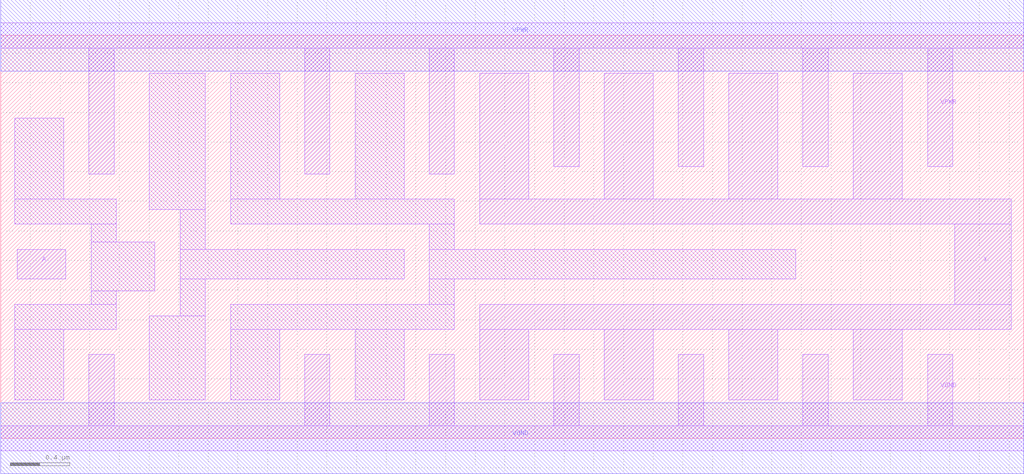
<source format=lef>
# Copyright 2020 The SkyWater PDK Authors
#
# Licensed under the Apache License, Version 2.0 (the "License");
# you may not use this file except in compliance with the License.
# You may obtain a copy of the License at
#
#     https://www.apache.org/licenses/LICENSE-2.0
#
# Unless required by applicable law or agreed to in writing, software
# distributed under the License is distributed on an "AS IS" BASIS,
# WITHOUT WARRANTIES OR CONDITIONS OF ANY KIND, either express or implied.
# See the License for the specific language governing permissions and
# limitations under the License.
#
# SPDX-License-Identifier: Apache-2.0

VERSION 5.5 ;
NAMESCASESENSITIVE ON ;
BUSBITCHARS "[]" ;
DIVIDERCHAR "/" ;
MACRO sky130_fd_sc_hd__bufbuf_8
  CLASS CORE ;
  SOURCE USER ;
  ORIGIN  0.000000  0.000000 ;
  SIZE  6.900000 BY  2.720000 ;
  SYMMETRY X Y R90 ;
  SITE unithd ;
  PIN A
    ANTENNAGATEAREA  0.159000 ;
    DIRECTION INPUT ;
    USE SIGNAL ;
    PORT
      LAYER li1 ;
        RECT 0.110000 1.075000 0.440000 1.275000 ;
    END
  END A
  PIN X
    ANTENNADIFFAREA  1.782000 ;
    DIRECTION OUTPUT ;
    USE SIGNAL ;
    PORT
      LAYER li1 ;
        RECT 3.230000 0.260000 3.560000 0.735000 ;
        RECT 3.230000 0.735000 6.815000 0.905000 ;
        RECT 3.230000 1.445000 6.815000 1.615000 ;
        RECT 3.230000 1.615000 3.560000 2.465000 ;
        RECT 4.070000 0.260000 4.400000 0.735000 ;
        RECT 4.070000 1.615000 4.400000 2.465000 ;
        RECT 4.910000 0.260000 5.240000 0.735000 ;
        RECT 4.910000 1.615000 5.240000 2.465000 ;
        RECT 5.750000 0.260000 6.080000 0.735000 ;
        RECT 5.750000 1.615000 6.080000 2.465000 ;
        RECT 6.435000 0.905000 6.815000 1.445000 ;
    END
  END X
  PIN VGND
    DIRECTION INOUT ;
    SHAPE ABUTMENT ;
    USE GROUND ;
    PORT
      LAYER li1 ;
        RECT 0.000000 -0.085000 6.900000 0.085000 ;
        RECT 0.595000  0.085000 0.765000 0.565000 ;
        RECT 2.050000  0.085000 2.220000 0.565000 ;
        RECT 2.890000  0.085000 3.060000 0.565000 ;
        RECT 3.730000  0.085000 3.900000 0.565000 ;
        RECT 4.570000  0.085000 4.740000 0.565000 ;
        RECT 5.410000  0.085000 5.580000 0.565000 ;
        RECT 6.250000  0.085000 6.420000 0.565000 ;
    END
    PORT
      LAYER met1 ;
        RECT 0.000000 -0.240000 6.900000 0.240000 ;
    END
  END VGND
  PIN VNB
    DIRECTION INOUT ;
    USE GROUND ;
    PORT
    END
  END VNB
  PIN VPB
    DIRECTION INOUT ;
    USE POWER ;
    PORT
    END
  END VPB
  PIN VPWR
    DIRECTION INOUT ;
    SHAPE ABUTMENT ;
    USE POWER ;
    PORT
      LAYER li1 ;
        RECT 0.000000 2.635000 6.900000 2.805000 ;
        RECT 0.595000 1.785000 0.765000 2.635000 ;
        RECT 2.050000 1.785000 2.220000 2.635000 ;
        RECT 2.890000 1.785000 3.060000 2.635000 ;
        RECT 3.730000 1.835000 3.900000 2.635000 ;
        RECT 4.570000 1.835000 4.740000 2.635000 ;
        RECT 5.410000 1.835000 5.580000 2.635000 ;
        RECT 6.250000 1.835000 6.420000 2.635000 ;
    END
    PORT
      LAYER met1 ;
        RECT 0.000000 2.480000 6.900000 2.960000 ;
    END
  END VPWR
  OBS
    LAYER li1 ;
      RECT 0.095000 0.260000 0.425000 0.735000 ;
      RECT 0.095000 0.735000 0.780000 0.905000 ;
      RECT 0.095000 1.445000 0.780000 1.615000 ;
      RECT 0.095000 1.615000 0.425000 2.160000 ;
      RECT 0.610000 0.905000 0.780000 0.995000 ;
      RECT 0.610000 0.995000 1.040000 1.325000 ;
      RECT 0.610000 1.325000 0.780000 1.445000 ;
      RECT 1.000000 0.260000 1.380000 0.825000 ;
      RECT 1.000000 1.545000 1.380000 2.465000 ;
      RECT 1.210000 0.825000 1.380000 1.075000 ;
      RECT 1.210000 1.075000 2.720000 1.275000 ;
      RECT 1.210000 1.275000 1.380000 1.545000 ;
      RECT 1.550000 0.260000 1.880000 0.735000 ;
      RECT 1.550000 0.735000 3.060000 0.905000 ;
      RECT 1.550000 1.445000 3.060000 1.615000 ;
      RECT 1.550000 1.615000 1.880000 2.465000 ;
      RECT 2.390000 0.260000 2.720000 0.735000 ;
      RECT 2.390000 1.615000 2.720000 2.465000 ;
      RECT 2.890000 0.905000 3.060000 1.075000 ;
      RECT 2.890000 1.075000 5.360000 1.275000 ;
      RECT 2.890000 1.275000 3.060000 1.445000 ;
  END
END sky130_fd_sc_hd__bufbuf_8
END LIBRARY

</source>
